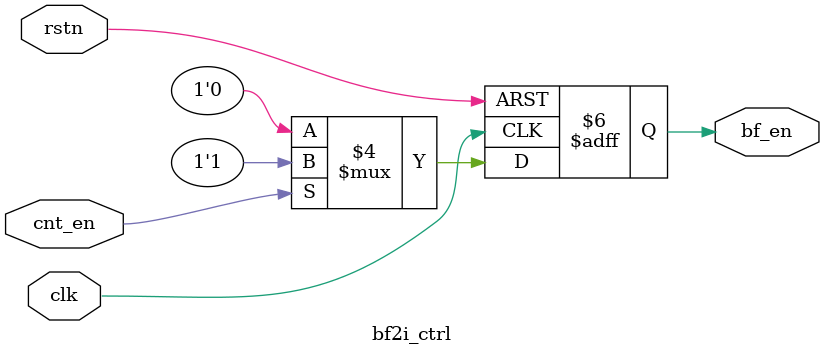
<source format=sv>
`timescale 1ns/1ps

module bf2i_ctrl (
	input clk,
	input rstn,
	input cnt_en,

	output logic bf_en
);

	always_ff @( posedge clk or negedge rstn ) begin : make_bf_ctrl
		if(!rstn) begin
			bf_en <= 0;
		end
		else if(cnt_en) begin
			bf_en <= 1;
		end
		else begin
			bf_en <= 0;
		end
	end
	
endmodule
</source>
